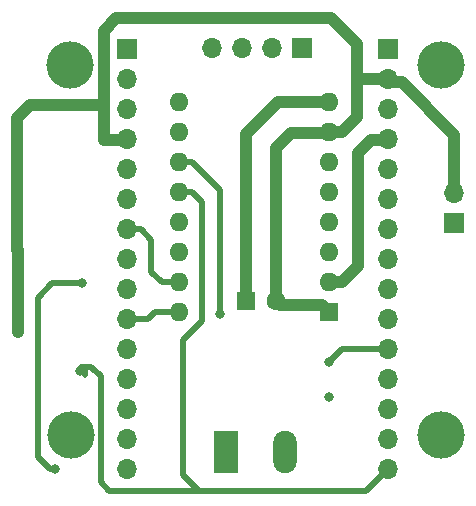
<source format=gbr>
G04 #@! TF.GenerationSoftware,KiCad,Pcbnew,5.0.1-33cea8e~68~ubuntu18.04.1*
G04 #@! TF.CreationDate,2018-11-12T21:08:18+01:00*
G04 #@! TF.ProjectId,ustepper_pololu,75737465707065725F706F6C6F6C752E,rev?*
G04 #@! TF.SameCoordinates,Original*
G04 #@! TF.FileFunction,Copper,L2,Bot,Signal*
G04 #@! TF.FilePolarity,Positive*
%FSLAX46Y46*%
G04 Gerber Fmt 4.6, Leading zero omitted, Abs format (unit mm)*
G04 Created by KiCad (PCBNEW 5.0.1-33cea8e~68~ubuntu18.04.1) date lun 12 nov 2018 21:08:18 CET*
%MOMM*%
%LPD*%
G01*
G04 APERTURE LIST*
G04 #@! TA.AperFunction,ComponentPad*
%ADD10R,1.600000X1.600000*%
G04 #@! TD*
G04 #@! TA.AperFunction,ComponentPad*
%ADD11O,1.600000X1.600000*%
G04 #@! TD*
G04 #@! TA.AperFunction,ComponentPad*
%ADD12R,1.700000X1.700000*%
G04 #@! TD*
G04 #@! TA.AperFunction,ComponentPad*
%ADD13O,1.700000X1.700000*%
G04 #@! TD*
G04 #@! TA.AperFunction,ComponentPad*
%ADD14C,1.600000*%
G04 #@! TD*
G04 #@! TA.AperFunction,ComponentPad*
%ADD15R,2.000000X3.600000*%
G04 #@! TD*
G04 #@! TA.AperFunction,ComponentPad*
%ADD16O,2.000000X3.600000*%
G04 #@! TD*
G04 #@! TA.AperFunction,ViaPad*
%ADD17C,4.000000*%
G04 #@! TD*
G04 #@! TA.AperFunction,ViaPad*
%ADD18C,0.800000*%
G04 #@! TD*
G04 #@! TA.AperFunction,Conductor*
%ADD19C,1.000000*%
G04 #@! TD*
G04 #@! TA.AperFunction,Conductor*
%ADD20C,0.250000*%
G04 #@! TD*
G04 #@! TA.AperFunction,Conductor*
%ADD21C,0.500000*%
G04 #@! TD*
G04 APERTURE END LIST*
D10*
G04 #@! TO.P,A1,1*
G04 #@! TO.N,B29-GND*
X191530800Y-74537200D03*
D11*
G04 #@! TO.P,A1,9*
G04 #@! TO.N,BD8-ENA*
X178830800Y-56757200D03*
G04 #@! TO.P,A1,2*
G04 #@! TO.N,B27-5V*
X191530800Y-71997200D03*
G04 #@! TO.P,A1,10*
G04 #@! TO.N,BD11-MS1*
X178830800Y-59297200D03*
G04 #@! TO.P,A1,3*
G04 #@! TO.N,OUT1B*
X191530800Y-69457200D03*
G04 #@! TO.P,A1,11*
G04 #@! TO.N,BD12-MS2*
X178830800Y-61837200D03*
G04 #@! TO.P,A1,4*
G04 #@! TO.N,OUT1A*
X191530800Y-66917200D03*
G04 #@! TO.P,A1,12*
G04 #@! TO.N,BD13-MS3*
X178830800Y-64377200D03*
G04 #@! TO.P,A1,5*
G04 #@! TO.N,OUT2A*
X191530800Y-64377200D03*
G04 #@! TO.P,A1,13*
G04 #@! TO.N,B27-5V*
X178830800Y-66917200D03*
G04 #@! TO.P,A1,6*
G04 #@! TO.N,OUT2B*
X191530800Y-61837200D03*
G04 #@! TO.P,A1,14*
G04 #@! TO.N,B27-5V*
X178830800Y-69457200D03*
G04 #@! TO.P,A1,7*
G04 #@! TO.N,B29-GND*
X191530800Y-59297200D03*
G04 #@! TO.P,A1,15*
G04 #@! TO.N,BD4-STEP*
X178830800Y-71997200D03*
G04 #@! TO.P,A1,8*
G04 #@! TO.N,B30-VIN*
X191530800Y-56757200D03*
G04 #@! TO.P,A1,16*
G04 #@! TO.N,BD7-DIR*
X178830800Y-74537200D03*
G04 #@! TD*
D12*
G04 #@! TO.P,J5,1*
G04 #@! TO.N,AN-IN-10V*
X202148000Y-66968000D03*
D13*
G04 #@! TO.P,J5,2*
G04 #@! TO.N,B29-GND*
X202148000Y-64428000D03*
G04 #@! TD*
D10*
G04 #@! TO.P,C4,1*
G04 #@! TO.N,B30-VIN*
X184520400Y-73597400D03*
D14*
G04 #@! TO.P,C4,2*
G04 #@! TO.N,B29-GND*
X187020400Y-73597400D03*
G04 #@! TD*
D15*
G04 #@! TO.P,J4,1*
G04 #@! TO.N,VIN*
X182793200Y-86348200D03*
D16*
G04 #@! TO.P,J4,2*
G04 #@! TO.N,B29-GND*
X187793200Y-86348200D03*
G04 #@! TD*
D12*
G04 #@! TO.P,J1,1*
G04 #@! TO.N,OUT2B*
X189244800Y-52134400D03*
D13*
G04 #@! TO.P,J1,2*
G04 #@! TO.N,OUT2A*
X186704800Y-52134400D03*
G04 #@! TO.P,J1,3*
G04 #@! TO.N,OUT1A*
X184164800Y-52134400D03*
G04 #@! TO.P,J1,4*
G04 #@! TO.N,OUT1B*
X181624800Y-52134400D03*
G04 #@! TD*
D12*
G04 #@! TO.P,J2,1*
G04 #@! TO.N,N/C*
X174411200Y-52286800D03*
D13*
G04 #@! TO.P,J2,2*
X174411200Y-54826800D03*
G04 #@! TO.P,J2,3*
X174411200Y-57366800D03*
G04 #@! TO.P,J2,4*
G04 #@! TO.N,B29-GND*
X174411200Y-59906800D03*
G04 #@! TO.P,J2,5*
G04 #@! TO.N,N/C*
X174411200Y-62446800D03*
G04 #@! TO.P,J2,6*
X174411200Y-64986800D03*
G04 #@! TO.P,J2,7*
G04 #@! TO.N,BD4-STEP*
X174411200Y-67526800D03*
G04 #@! TO.P,J2,8*
G04 #@! TO.N,N/C*
X174411200Y-70066800D03*
G04 #@! TO.P,J2,9*
X174411200Y-72606800D03*
G04 #@! TO.P,J2,10*
G04 #@! TO.N,BD7-DIR*
X174411200Y-75146800D03*
G04 #@! TO.P,J2,11*
G04 #@! TO.N,BD8-ENA*
X174411200Y-77686800D03*
G04 #@! TO.P,J2,12*
G04 #@! TO.N,N/C*
X174411200Y-80226800D03*
G04 #@! TO.P,J2,13*
X174411200Y-82766800D03*
G04 #@! TO.P,J2,14*
G04 #@! TO.N,BD11-MS1*
X174411200Y-85306800D03*
G04 #@! TO.P,J2,15*
G04 #@! TO.N,BD12-MS2*
X174411200Y-87846800D03*
G04 #@! TD*
G04 #@! TO.P,J3,15*
G04 #@! TO.N,BD13-MS3*
X196509200Y-87846800D03*
G04 #@! TO.P,J3,14*
G04 #@! TO.N,N/C*
X196509200Y-85306800D03*
G04 #@! TO.P,J3,13*
X196509200Y-82766800D03*
G04 #@! TO.P,J3,12*
G04 #@! TO.N,BA0-V*
X196509200Y-80226800D03*
G04 #@! TO.P,J3,11*
G04 #@! TO.N,BA1-I*
X196509200Y-77686800D03*
G04 #@! TO.P,J3,10*
G04 #@! TO.N,N/C*
X196509200Y-75146800D03*
G04 #@! TO.P,J3,9*
X196509200Y-72606800D03*
G04 #@! TO.P,J3,8*
X196509200Y-70066800D03*
G04 #@! TO.P,J3,7*
X196509200Y-67526800D03*
G04 #@! TO.P,J3,6*
X196509200Y-64986800D03*
G04 #@! TO.P,J3,5*
X196509200Y-62446800D03*
G04 #@! TO.P,J3,4*
G04 #@! TO.N,B27-5V*
X196509200Y-59906800D03*
G04 #@! TO.P,J3,3*
G04 #@! TO.N,N/C*
X196509200Y-57366800D03*
G04 #@! TO.P,J3,2*
G04 #@! TO.N,B29-GND*
X196509200Y-54826800D03*
D12*
G04 #@! TO.P,J3,1*
G04 #@! TO.N,B30-VIN*
X196509200Y-52286800D03*
G04 #@! TD*
D17*
G04 #@! TO.N,*
X201000000Y-53600000D03*
X169700000Y-84900000D03*
X201018610Y-84900000D03*
X169600000Y-53600000D03*
D18*
G04 #@! TO.N,B29-GND*
X191530800Y-81725400D03*
X165267200Y-76264400D03*
X165191000Y-69292100D03*
X165152900Y-62446800D03*
G04 #@! TO.N,BA1-I*
X191568900Y-78728200D03*
G04 #@! TO.N,BD12-MS2*
X182341080Y-74730240D03*
X170626600Y-72100400D03*
X168327900Y-87846800D03*
G04 #@! TO.N,BD13-MS3*
X170474200Y-79490200D03*
G04 #@! TD*
D19*
G04 #@! TO.N,B27-5V*
X195086800Y-59957600D02*
X196560000Y-59957600D01*
X194020000Y-61024400D02*
X195086800Y-59957600D01*
X191530800Y-71997200D02*
X192662170Y-71997200D01*
X194020000Y-70639370D02*
X194020000Y-61024400D01*
X192662170Y-71997200D02*
X194020000Y-70639370D01*
G04 #@! TO.N,B30-VIN*
X191530800Y-56757200D02*
X191581600Y-56706400D01*
X187238200Y-56757200D02*
X191530800Y-56757200D01*
X184520400Y-71797400D02*
X184520400Y-59475000D01*
X184520400Y-73597400D02*
X184520400Y-71797400D01*
X184520400Y-59475000D02*
X187238200Y-56757200D01*
G04 #@! TO.N,B29-GND*
X172480800Y-59957600D02*
X174385800Y-59957600D01*
X192662170Y-59297200D02*
X193918400Y-58040970D01*
X191530800Y-59297200D02*
X192662170Y-59297200D01*
X193918400Y-58040970D02*
X193918400Y-55131600D01*
X195307119Y-54826800D02*
X193918400Y-54826800D01*
X196509200Y-54826800D02*
X195307119Y-54826800D01*
X193918400Y-55131600D02*
X193918400Y-54826800D01*
X197728400Y-55080800D02*
X202148000Y-59500400D01*
X202148000Y-59500400D02*
X202148000Y-64428000D01*
X196509200Y-54826800D02*
X196763200Y-55080800D01*
X196763200Y-55080800D02*
X197728400Y-55080800D01*
X191467300Y-59360700D02*
X191530800Y-59297200D01*
X188368500Y-59360700D02*
X191467300Y-59360700D01*
X187075640Y-60653560D02*
X188368500Y-59360700D01*
X187075640Y-73745360D02*
X187075640Y-60653560D01*
X187020400Y-73597400D02*
X187391240Y-73968240D01*
X190961840Y-73968240D02*
X191530800Y-74537200D01*
X187391240Y-73968240D02*
X190961840Y-73968240D01*
X172480800Y-56973100D02*
X172480800Y-59957600D01*
X165152900Y-58052600D02*
X165152900Y-62446800D01*
X172480800Y-56973100D02*
X166232400Y-56973100D01*
X166232400Y-56973100D02*
X165152900Y-58052600D01*
D20*
X165152900Y-69254000D02*
X165191000Y-69292100D01*
D19*
X165152900Y-62446800D02*
X165152900Y-69254000D01*
D20*
X165191000Y-76188200D02*
X165267200Y-76264400D01*
D19*
X165191000Y-69292100D02*
X165191000Y-76188200D01*
X172480800Y-50712000D02*
X172480800Y-56973100D01*
X173547600Y-49645200D02*
X172480800Y-50712000D01*
X191734000Y-49645200D02*
X173547600Y-49645200D01*
X193918400Y-54826800D02*
X193918400Y-51829600D01*
X193918400Y-51829600D02*
X191734000Y-49645200D01*
D21*
G04 #@! TO.N,BA1-I*
X192610300Y-77686800D02*
X196509200Y-77686800D01*
X191568900Y-78728200D02*
X192610300Y-77686800D01*
D19*
G04 #@! TO.N,VIN*
X182805900Y-85294200D02*
X182805900Y-86094200D01*
X182805900Y-86094200D02*
X182805900Y-85116300D01*
D21*
G04 #@! TO.N,BD12-MS2*
X178830800Y-61837200D02*
X179962170Y-61837200D01*
X179962170Y-61837200D02*
X182341080Y-64216110D01*
X182341080Y-74164555D02*
X182341080Y-74730240D01*
X182341080Y-64216110D02*
X182341080Y-74164555D01*
X167959600Y-87846800D02*
X166880100Y-86767300D01*
X166880100Y-86767300D02*
X166880100Y-73356100D01*
X168135800Y-72100400D02*
X170626600Y-72100400D01*
X166880100Y-73356100D02*
X168135800Y-72100400D01*
G04 #@! TO.N,BD13-MS3*
X179962170Y-64377200D02*
X180791680Y-65206710D01*
X180791680Y-65206710D02*
X180791680Y-75273800D01*
X178830800Y-64377200D02*
X179962170Y-64377200D01*
X194681010Y-89674990D02*
X196509200Y-87846800D01*
X180791680Y-75273800D02*
X179199100Y-76866380D01*
X179199100Y-76866380D02*
X179199100Y-88329400D01*
X179199100Y-88329400D02*
X180544690Y-89674990D01*
D20*
X170474200Y-79490200D02*
X170874199Y-79890199D01*
X172118799Y-79890199D02*
X172087100Y-79921898D01*
D21*
X180544690Y-89674990D02*
X181002500Y-89674990D01*
X181002500Y-89674990D02*
X194681010Y-89674990D01*
X171415600Y-79187000D02*
X172118799Y-79890199D01*
X170575800Y-79187000D02*
X171415600Y-79187000D01*
X170874199Y-79890199D02*
X170874199Y-79485399D01*
X170874199Y-79485399D02*
X170575800Y-79187000D01*
X172214100Y-88939000D02*
X172950090Y-89674990D01*
X171566400Y-79325100D02*
X172214100Y-79972800D01*
X172950090Y-89674990D02*
X181002500Y-89674990D01*
X172214100Y-79972800D02*
X172214100Y-88939000D01*
G04 #@! TO.N,BD4-STEP*
X177383000Y-71997200D02*
X178830800Y-71997200D01*
X176483840Y-71098040D02*
X177383000Y-71997200D01*
X176483840Y-68397359D02*
X176483840Y-71098040D01*
X174411200Y-67526800D02*
X175613281Y-67526800D01*
X175613281Y-67526800D02*
X176483840Y-68397359D01*
G04 #@! TO.N,BD7-DIR*
X174411200Y-75146800D02*
X176214600Y-75146800D01*
X176824200Y-74537200D02*
X178830800Y-74537200D01*
X176214600Y-75146800D02*
X176824200Y-74537200D01*
G04 #@! TD*
M02*

</source>
